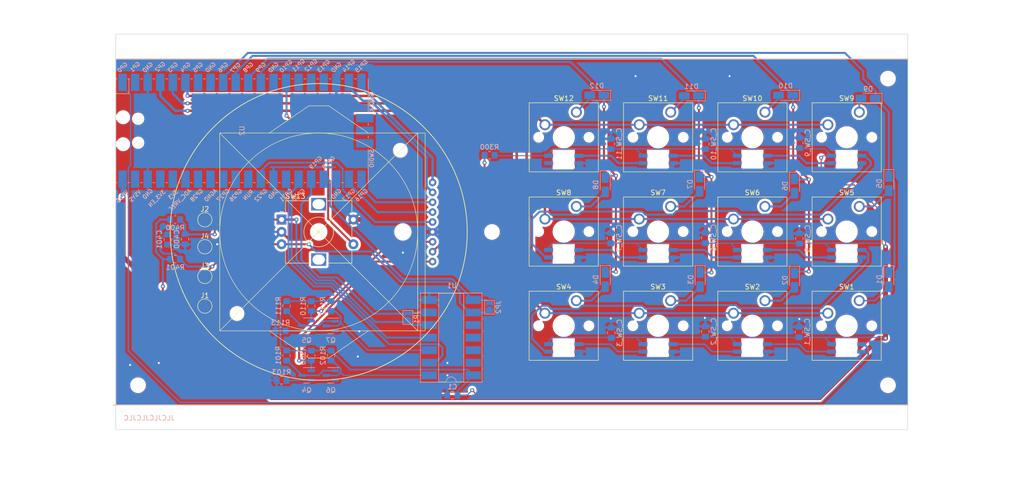
<source format=kicad_pcb>
(kicad_pcb (version 20221018) (generator pcbnew)
  (layers (0 "F.Cu" signal) (31 "B.Cu" signal) (34 "B.Paste" user) (35 "F.Paste" user) (36 "B.SilkS" user "B.Silkscreen") (37 "F.SilkS" user "F.Silkscreen") (38 "B.Mask" user) (39 "F.Mask" user) (44 "Edge.Cuts" user))
  (net 0 "")
  (net 1 "COLLUM_A")
  (net 2 "COLLUM_B")
  (net 3 "COLLUM_D")
  (net 4 "GND")
  (net 5 "Net-(Q4-C)")
  (net 6 "VCC")
  (net 7 "Net-(E1-Encoder_B)")
  (net 8 "Net-(Q4-E)")
  (net 9 "Net-(Q5-C)")
  (net 10 "Net-(E1-Encoder_A)")
  (net 11 "Net-(Q5-E)")
  (net 12 "Net-(Q6-C)")
  (net 13 "Net-(Q7-C)")
  (net 14 "Net-(E1-LED_PW)")
  (net 15 "ROW_A")
  (net 16 "Net-(D1-A)")
  (net 17 "Net-(D2-A)")
  (net 18 "Net-(D3-A)")
  (net 19 "Net-(D4-A)")
  (net 20 "ROW_B")
  (net 21 "Net-(D5-A)")
  (net 22 "Net-(D6-A)")
  (net 23 "Net-(D7-A)")
  (net 24 "Net-(D8-A)")
  (net 25 "ROW_C")
  (net 26 "Net-(D9-A)")
  (net 27 "Net-(D10-A)")
  (net 28 "Net-(D11-A)")
  (net 29 "Net-(D12-A)")
  (net 30 "ENCODER_0_B")
  (net 31 "ENCODER_0_A")
  (net 33 "ENCODER_1_A_IN")
  (net 34 "ENCODER_1_B_IN")
  (net 37 "ENCODER_TASTER")
  (net 38 "ENCODER_1_B_OUT")
  (net 39 "ENCODER_1_A_OUT")
  (net 40 "COLLUM_C")
  (net 45 "JOG_5")
  (net 46 "JOG_4")
  (net 47 "JOG_3")
  (net 48 "JOG_2")
  (net 49 "JOG_1")
  (net 50 "Net-(SW1-LED_OUT)")
  (net 51 "RGB_DIN")
  (net 52 "Net-(SW2-LED_OUT)")
  (net 53 "Net-(SW3-LED_OUT)")
  (net 66 "Net-(SW4-LED_OUT)")
  (net 67 "Net-(SW5-LED_OUT)")
  (net 68 "Net-(SW6-LED_OUT)")
  (net 69 "Net-(SW7-LED_OUT)")
  (net 70 "Net-(SW8-LED_OUT)")
  (net 71 "Net-(SW10-LED_IN)")
  (net 72 "Net-(SW10-LED_OUT)")
  (net 73 "Net-(SW11-LED_OUT)")
  (footprint "custom_footprints:SW_Cherry_MX_1.00u_PCB_RGB" (layer "F.Cu") (at 230.64 54.849157)
    (fp_text reference "SW6")
    (fp_text value "~")
    (fp_rect (start -4.6 11.4) (end -0.5 7.8) (stroke (width 0.05)) (fill none) (layer "Edge.Cuts"))
  )
  (footprint "MountingHole:MountingHole_2.7mm_M2.5" (layer "F.Cu") (at 255.5 29)
    (fp_text reference "H3" hide)
    (fp_text value "MountingHole")
  )
  (footprint "custom_footprints:SW_Cherry_MX_1.00u_PCB_RGB" (layer "F.Cu") (at 249.698 54.849157)
    (fp_text reference "SW5")
    (fp_text value "~")
    (fp_rect (start -4.6 11.4) (end -0.5 7.8) (stroke (width 0.05)) (fill none) (layer "Edge.Cuts"))
  )
  (footprint "custom_footprints:SW_Cherry_MX_1.00u_PCB_RGB" (layer "F.Cu") (at 230.652 35.786157)
    (fp_text reference "SW10")
    (fp_text value "~")
    (fp_rect (start -4.6 11.4) (end -0.5 7.8) (stroke (width 0.05)) (fill none) (layer "Edge.Cuts"))
  )
  (footprint "custom_footprints:SW_Cherry_MX_1.00u_PCB_RGB" (layer "F.Cu") (at 249.69 73.899157)
    (fp_text reference "SW1")
    (fp_text value "~")
    (fp_rect (start -4.6 11.4) (end -0.5 7.8) (stroke (width 0.05)) (fill none) (layer "Edge.Cuts"))
  )
  (footprint "TestPoint:TestPoint_Pad_D2.5mm" (layer "F.Cu") (at 117.5 75)
    (fp_text reference "J1")
    (fp_text value "ext_encoder_VCC")
  )
  (footprint "TestPoint:TestPoint_Pad_D2.5mm" (layer "F.Cu") (at 117.5 63)
    (fp_text reference "J4")
    (fp_text value "ext_encoder_GND")
  )
  (footprint "custom_footprints:SW_Cherry_MX_1.00u_PCB_RGB" (layer "F.Cu") (at 192.54 54.849157)
    (fp_text reference "SW8")
    (fp_text value "~")
    (fp_rect (start -4.6 11.4) (end -0.5 7.8) (stroke (width 0.05)) (fill none) (layer "Edge.Cuts"))
  )
  (footprint "custom_footprints:jog_shuttel_wheal" (layer "F.Cu") (at 140.5 60 180)
    (fp_text reference "E1")
    (fp_text value "~")
    (fp_circle (center -17 0) (end -17 -1.75) (stroke (width 0.05)) (fill none) (layer "Edge.Cuts"))
    (fp_circle (center -16.5 16.5) (end -16.5 15) (stroke (width 0.05)) (fill none) (layer "Edge.Cuts"))
    (fp_circle (center 0 0) (end 0 -1.75) (stroke (width 0.05)) (fill none) (layer "Edge.Cuts"))
    (fp_circle (center 16.5 -16.5) (end 16.5 -18) (stroke (width 0.05)) (fill none) (layer "Edge.Cuts"))
  )
  (footprint "custom_footprints:SW_Cherry_MX_1.00u_PCB_RGB" (layer "F.Cu") (at 211.602 35.786157)
    (fp_text reference "SW11")
    (fp_text value "~")
    (fp_rect (start -4.6 11.4) (end -0.5 7.8) (stroke (width 0.05)) (fill none) (layer "Edge.Cuts"))
  )
  (footprint "TestPoint:TestPoint_Pad_D2.5mm" (layer "F.Cu") (at 117.5 69)
    (fp_text reference "J3")
    (fp_text value "ext_encoder_B")
  )
  (footprint "custom_footprints:SW_Cherry_MX_1.00u_PCB_RGB" (layer "F.Cu") (at 230.64 73.899157)
    (fp_text reference "SW2")
    (fp_text value "~")
    (fp_rect (start -4.6 11.4) (end -0.5 7.8) (stroke (width 0.05)) (fill none) (layer "Edge.Cuts"))
  )
  (footprint "custom_footprints:SW_Cherry_MX_1.00u_PCB_RGB" (layer "F.Cu") (at 211.59 73.899157)
    (fp_text reference "SW3")
    (fp_text value "~")
    (fp_rect (start -4.6 11.4) (end -0.5 7.8) (stroke (width 0.05)) (fill none) (layer "Edge.Cuts"))
  )
  (footprint "Rotary_Encoder:RotaryEncoder_Alps_EC12E-Switch_Vertical_H20mm" (layer "F.Cu") (at 133 57.5)
    (fp_text reference "SW13")
    (fp_text value "RotaryEncoder_Switch")
  )
  (footprint "custom_footprints:SW_Cherry_MX_1.00u_PCB_RGB" (layer "F.Cu") (at 211.59 54.849157)
    (fp_text reference "SW7")
    (fp_text value "~")
    (fp_rect (start -4.6 11.4) (end -0.5 7.8) (stroke (width 0.05)) (fill none) (layer "Edge.Cuts"))
  )
  (footprint "custom_footprints:SW_Cherry_MX_1.00u_PCB_RGB" (layer "F.Cu") (at 192.54 73.899157)
    (fp_text reference "SW4")
    (fp_text value "~")
    (fp_rect (start -4.6 11.4) (end -0.5 7.8) (stroke (width 0.05)) (fill none) (layer "Edge.Cuts"))
  )
  (footprint "MountingHole:MountingHole_2.7mm_M2.5" (layer "F.Cu") (at 175.5 60)
    (fp_text reference "H4" hide)
    (fp_text value "MountingHole")
  )
  (footprint "custom_footprints:SW_Cherry_MX_1.00u_PCB_RGB" (layer "F.Cu") (at 249.702 35.786157)
    (fp_text reference "SW9")
    (fp_text value "~")
    (fp_rect (start -4.6 11.4) (end -0.5 7.8) (stroke (width 0.05)) (fill none) (layer "Edge.Cuts"))
  )
  (footprint "TestPoint:TestPoint_Pad_D2.5mm" (layer "F.Cu") (at 117.5 57.5375)
    (fp_text reference "J2")
    (fp_text value "ext_encoder_A")
  )
  (footprint "MountingHole:MountingHole_2.7mm_M2.5" (layer "F.Cu") (at 104 91)
    (fp_text reference "H1" hide)
    (fp_text value "MountingHole")
  )
  (footprint "MountingHole:MountingHole_2.7mm_M2.5" (layer "F.Cu") (at 255.5 91)
    (fp_text reference "H2" hide)
    (fp_text value "MountingHole")
  )
  (footprint "custom_footprints:SW_Cherry_MX_1.00u_PCB_RGB" (layer "F.Cu") (at 192.548 35.786157)
    (fp_text reference "SW12")
    (fp_text value "~")
    (fp_rect (start -4.6 11.4) (end -0.5 7.8) (stroke (width 0.05)) (fill none) (layer "Edge.Cuts"))
  )
  (footprint "Diode_SMD:D_MicroMELF_Handsoldering" (layer "B.Cu") (at 196.678 32.370157 180)
    (fp_text reference "D12")
    (fp_text value "D")
  )
  (footprint "Package_DIP:DIP-14_W8.89mm_SMDSocket_LongPads" (layer "B.Cu") (at 167.2675 81.37)
    (fp_text reference "U1")
    (fp_text value "74HC14")
  )
  (footprint "Package_TO_SOT_SMD:SOT-23" (layer "B.Cu") (at 138.0625 89 180)
    (fp_text reference "Q4")
    (fp_text value "BC850")
  )
  (footprint "Capacitor_SMD:C_0805_2012Metric_Pad1.18x1.45mm_HandSolder" (layer "B.Cu") (at 237.5 80.2375 90)
    (fp_text reference "C_SW_1")
    (fp_text value "100nF")
  )
  (footprint "Capacitor_SMD:C_0805_2012Metric_Pad1.18x1.45mm_HandSolder" (layer "B.Cu") (at 110 61.5375 -90)
    (fp_text reference "C401")
    (fp_text value "C")
  )
  (footprint "Diode_SMD:D_MicroMELF_Handsoldering" (layer "B.Cu") (at 215.781 32.497157 180)
    (fp_text reference "D11")
    (fp_text value "D")
  )
  (footprint "Jumper:SolderJumper-2_P1.3mm_Open_TrianglePad1.0x1.5mm" (layer "B.Cu") (at 175 75.225 90)
    (fp_text reference "JP2")
    (fp_text value "SolderJumper_2_Open")
  )
  (footprint "Diode_SMD:D_MicroMELF_Handsoldering" (layer "B.Cu") (at 251.5 33 180)
    (fp_text reference "D9")
    (fp_text value "D")
  )
  (footprint "Capacitor_SMD:C_0805_2012Metric_Pad1.18x1.45mm_HandSolder" (layer "B.Cu") (at 237.6 61.3375 90)
    (fp_text reference "C_SW_5")
    (fp_text value "100nF")
  )
  (footprint "Capacitor_SMD:C_0805_2012Metric_Pad1.18x1.45mm_HandSolder" (layer "B.Cu") (at 167.5 93 180)
    (fp_text reference "C1")
    (fp_text value "100n")
  )
  (footprint "Resistor_SMD:R_0805_2012Metric_Pad1.20x1.40mm_HandSolder" (layer "B.Cu") (at 134 75 -90)
    (fp_text reference "R111")
    (fp_text value "180k")
  )
  (footprint "Diode_SMD:D_MicroMELF_Handsoldering" (layer "B.Cu") (at 255.659 69.634157 -90)
    (fp_text reference "D1")
    (fp_text value "D")
  )
  (footprint "Resistor_SMD:R_0805_2012Metric_Pad1.20x1.40mm_HandSolder" (layer "B.Cu") (at 133 90 180)
    (fp_text reference "R103")
    (fp_text value "1.2k")
  )
  (footprint "Resistor_SMD:R_0805_2012Metric_Pad1.20x1.40mm_HandSolder" (layer "B.Cu") (at 134 85 -90)
    (fp_text reference "R101")
    (fp_text value "180k")
  )
  (footprint "Capacitor_SMD:C_0805_2012Metric_Pad1.18x1.45mm_HandSolder" (layer "B.Cu") (at 218.6 42.2 90)
    (fp_text reference "C_SW_10")
    (fp_text value "100nF")
  )
  (footprint "Diode_SMD:D_MicroMELF_Handsoldering" (layer "B.Cu") (at 236.609 50.711157 -90)
    (fp_text reference "D6")
    (fp_text value "D")
  )
  (footprint "Capacitor_SMD:C_0805_2012Metric_Pad1.18x1.45mm_HandSolder" (layer "B.Cu") (at 237.6 42 90)
    (fp_text reference "C_SW_9")
    (fp_text value "100nF")
  )
  (footprint "Diode_SMD:D_MicroMELF_Handsoldering" (layer "B.Cu") (at 255.659 50.203157 -90)
    (fp_text reference "D5")
    (fp_text value "D")
  )
  (footprint "Capacitor_SMD:C_0805_2012Metric_Pad1.18x1.45mm_HandSolder" (layer "B.Cu") (at 218.6 80.1375 90)
    (fp_text reference "C_SW_2")
    (fp_text value "100nF")
  )
  (footprint "Diode_SMD:D_MicroMELF_Handsoldering" (layer "B.Cu") (at 198.382 50.457157 -90)
    (fp_text reference "D8")
    (fp_text value "D")
  )
  (footprint "Jumper:SolderJumper-2_P1.3mm_Open_TrianglePad1.0x1.5mm" (layer "B.Cu") (at 158.5 77.275 90)
    (fp_text reference "JP1")
    (fp_text value "SolderJumper_2_Open")
  )
  (footprint "Capacitor_SMD:C_0805_2012Metric_Pad1.18x1.45mm_HandSolder" (layer "B.Cu") (at 199.6 80.4 90)
    (fp_text reference "C_SW_3")
    (fp_text value "100nF")
  )
  (footprint "Package_TO_SOT_SMD:SOT-23" (layer "B.Cu") (at 142.9375 79 180)
    (fp_text reference "Q7")
    (fp_text value "BC850")
  )
  (footprint "MCU_RaspberryPi_and_Boards:RPi_Pico_SMD_TH_1" (layer "B.Cu") (at 125 39.5375 -90)
    (fp_text reference "U2")
    (fp_text value "Pico")
  )
  (footprint "Resistor_SMD:R_0805_2012Metric_Pad1.20x1.40mm_HandSolder" (layer "B.Cu") (at 139 85 -90)
    (fp_text reference "R100")
    (fp_text value "47k")
  )
  (footprint "Capacitor_SMD:C_0805_2012Metric_Pad1.18x1.45mm_HandSolder" (layer "B.Cu") (at 218.6 61.2 90)
    (fp_text reference "C_SW_6")
    (fp_text value "100nF")
  )
  (footprint "Diode_SMD:D_MicroMELF_Handsoldering" (layer "B.Cu") (at 217.559 69.634157 -90)
    (fp_text reference "D3")
    (fp_text value "D")
  )
  (footprint "Resistor_SMD:R_0805_2012Metric_Pad1.20x1.40mm_HandSolder" (layer "B.Cu") (at 143 75 -90)
    (fp_text reference "R112")
    (fp_text value "10k")
  )
  (footprint "Capacitor_SMD:C_0805_2012Metric_Pad1.18x1.45mm_HandSolder" (layer "B.Cu") (at 199.5 42.2 90)
    (fp_text reference "C_SW_11")
    (fp_text value "100nF")
  )
  (footprint "Resistor_SMD:R_0805_2012Metric_Pad1.20x1.40mm_HandSolder" (layer "B.Cu") (at 139 75 -90)
    (fp_text reference "R110")
    (fp_text value "47k")
  )
  (footprint "Diode_SMD:D_MicroMELF_Handsoldering" (layer "B.Cu") (at 234.831 32.370157 180)
    (fp_text reference "D10")
    (fp_text value "D")
  )
  (footprint "Diode_SMD:D_MicroMELF_Handsoldering" (layer "B.Cu") (at 217.432 50.330157 -90)
    (fp_text reference "D7")
    (fp_text value "D")
  )
  (footprint "Resistor_SMD:R_0805_2012Metric_Pad1.20x1.40mm_HandSolder" (layer "B.Cu") (at 143 85 -90)
    (fp_text reference "R102")
    (fp_text value "10k")
  )
  (footprint "Diode_SMD:D_MicroMELF_Handsoldering" (layer "B.Cu") (at 198.382 69.634157 -90)
    (fp_text reference "D4")
    (fp_text value "D")
  )
  (footprint "Package_TO_SOT_SMD:SOT-23" (layer "B.Cu") (at 138.0625 78.95 180)
    (fp_text reference "Q5")
    (fp_text value "BC850")
  )
  (footprint "Package_TO_SOT_SMD:SOT-23" (layer "B.Cu") (at 142.9375 89 180)
    (fp_text reference "Q6")
    (fp_text value "BC850")
  )
  (footprint "Capacitor_SMD:C_0805_2012Metric_Pad1.18x1.45mm_HandSolder" (layer "B.Cu") (at 199.5 61.2625 90)
    (fp_text reference "C_SW_7")
    (fp_text value "100nF")
  )
  (footprint "Resistor_SMD:R_0805_2012Metric_Pad1.20x1.40mm_HandSolder" (layer "B.Cu") (at 111.5 57.5)
    (fp_text reference "R400")
    (fp_text value "R")
  )
  (footprint "Resistor_SMD:R_0805_2012Metric_Pad1.20x1.40mm_HandSolder" (layer "B.Cu") (at 175 44.5 180)
    (fp_text reference "R300")
    (fp_text value "680")
  )
  (footprint "Capacitor_SMD:C_0805_2012Metric_Pad1.18x1.45mm_HandSolder" (layer "B.Cu") (at 113.5 61.4625 -90)
    (fp_text reference "C400")
    (fp_text value "C")
  )
  (footprint "Resistor_SMD:R_0805_2012Metric_Pad1.20x1.40mm_HandSolder" (layer "B.Cu") (at 111.5 65.5)
    (fp_text reference "R401")
    (fp_text value "R")
  )
  (footprint "Diode_SMD:D_MicroMELF_Handsoldering" (layer "B.Cu") (at 236.609 69.761157 -90)
    (fp_text reference "D2")
    (fp_text value "D")
  )
  (footprint "Resistor_SMD:R_0805_2012Metric_Pad1.20x1.40mm_HandSolder" (layer "B.Cu") (at 132.8 80 180)
    (fp_text reference "R113")
    (fp_text value "1.2k")
  )
  (gr_line (start 259.5 25) (end 99.5 25) (stroke (width 0.15)) (layer "B.SilkS"))
  (gr_line (start 259.5 95) (end 99 95) (stroke (width 0.15)) (layer "B.SilkS"))
  (gr_line (start 99.5 95) (end 259.5 95) (stroke (width 0.15)) (layer "F.SilkS"))
  (gr_line (start 99.5 25) (end 259.5 25) (stroke (width 0.15)) (layer "F.SilkS"))
  (gr_circle (center 140.5 60) (end 140.5 30) (stroke (width 0.15)) (fill none) (layer "F.SilkS"))
  (gr_rect (start 99.5 20) (end 259.5 100) (stroke (width 0.1)) (fill none) (layer "Edge.Cuts"))
  (gr_text "JLCJLCJLCJLC" (at 111.5 98.2) (layer "B.SilkS") (effects (font (size 1 1)) (justify left bottom mirror)))
  (segment (start 250.5 29) (end 253 31.5) (width 0.4) (layer "B.Cu") (net 1))
  (segment (start 250.5 27.5) (end 250.5 29) (width 0.4) (layer "B.Cu") (net 1))
  (segment (start 121.19 28.81) (end 126.2 23.8) (width 0.4) (layer "B.Cu") (net 1))
  (segment (start 253 32.95) (end 252.95 33) (width 0.4) (layer "B.Cu") (net 1))
  (segment (start 255.659 35.709) (end 252.95 33) (width 0.4) (layer "B.Cu") (net 1))
  (segment (start 121.19 30.6475) (end 121.19 28.81) (width 0.4) (layer "B.Cu") (net 1))
  (segment (start 253 31.5) (end 253 32.95) (width 0.4) (layer "B.Cu") (net 1))
  (segment (start 255.659 48.753157) (end 256.809 49.903157) (width 0.4) (layer "B.Cu") (net 1))
  (segment (start 246.8 23.8) (end 250.5 27.5) (width 0.4) (layer "B.Cu") (net 1))
  (segment (start 256.809 49.903157) (end 256.809 67.034157) (width 0.4) (layer "B.Cu") (net 1))
  (segment (start 255.659 48.753157) (end 255.659 35.709) (width 0.4) (layer "B.Cu") (net 1))
  (segment (start 126.2 23.8) (end 246.8 23.8) (width 0.4) (layer "B.Cu") (net 1))
  (segment (start 256.809 67.034157) (end 255.659 68.184157) (width 0.4) (layer "B.Cu") (net 1))
  (segment (start 239.522 49.403) (end 239.522 67.978) (width 0.4) (layer "F.Cu") (net 2))
  (segment (start 239.522 67.978) (end 239.5 68) (width 0.4) (layer "F.Cu") (net 2))
  (segment (start 236.347 46.228) (end 239.522 49.403) (width 0.4) (layer "F.Cu") (net 2))
  (segment (start 236.347 34.798) (end 236.347 46.228) (width 0.4) (layer "F.Cu") (net 2))
  (via (at 239.5 68) (size 0.8) (drill 0.4) (layers "F.Cu" "B.Cu") (net 2))
  (via (at 236.347 34.798) (size 0.8) (drill 0.4) (layers "F.Cu" "B.Cu") (net 2))
  (via (at 239.522 49.403) (size 0.8) (drill 0.4) (layers "F.Cu" "B.Cu") (net 2))
  (segment (start 123.73 27.77) (end 123.73 30.6475) (width 0.4) (layer "B.Cu") (net 2))
  (segment (start 239.522 49.403) (end 236.750843 49.403) (width 0.4) (layer "B.Cu") (net 2))
  (segment (start 236.750843 49.403) (end 236.609 49.261157) (width 0.4) (layer "B.Cu") (net 2))
  (segment (start 236.920157 68) (end 236.609 68.311157) (width 0.4) (layer "B.Cu") (net 2))
  (segment (start 236.281 34.732) (end 236.347 34.798) (width 0.4) (layer "B.Cu") (net 2))
  (segment (start 239.5 68) (end 236.920157 68) (width 0.4) (layer "B.Cu") (net 2))
  (segment (start 228.310843 24.4) (end 127.1 24.4) (width 0.4) (layer "B.Cu") (net 2))
  (segment (start 236.281 32.370157) (end 228.310843 24.4) (width 0.4) (layer "B.Cu") (net 2))
  (segment (start 127.1 24.4) (end 123.73 27.77) (width 0.4) (layer "B.Cu") (net 2))
  (segment (start 236.281 32.370157) (end 236.281 34.732) (width 0.4) (layer "B.Cu") (net 2))
  (segment (start 200.533 48.641) (end 200.533 68.072) (width 0.4) (layer "F.Cu") (net 3))
  (segment (start 198.12 46.228) (end 200.533 48.641) (width 0.4) (layer "F.Cu") (net 3))
  (segment (start 198.12 34.671) (end 198.12 46.228) (width 0.4) (layer "F.Cu") (net 3))
  (via (at 200.533 68.072) (size 0.8) (drill 0.4) (layers "F.Cu" "B.Cu") (net 3))
  (via (at 200.533 48.641) (size 0.8) (drill 0.4) (layers "F.Cu" "B.Cu") (net 3))
  (via (at 198.12 34.671) (size 0.8) (drill 0.4) (layers "F.Cu" "B.Cu") (net 3))
  (segment (start 128.81 27.69) (end 128.81 30.6475) (width 0.4) (layer "B.Cu") (net 3))
  (segment (start 198.494157 68.072) (end 198.382 68.184157) (width 0.4) (layer "B.Cu") (net 3))
  (segment (start 198.748157 48.641) (end 198.382 49.007157) (width 0.4) (layer "B.Cu") (net 3))
  (segment (start 198.128 32.370157) (end 198.128 34.663) (width 0.4) (layer "B.Cu") (net 3))
  (segment (start 198.128 34.663) (end 198.12 34.671) (width 0.4) (layer "B.Cu") (net 3))
  (segment (start 130.9 25.6) (end 128.81 27.69) (width 0.4) (layer "B.Cu") (net 3))
  (segment (start 191.357843 25.6) (end 130.9 25.6) (width 0.4) (layer "B.Cu") (net 3))
  (segment (start 200.533 68.072) (end 198.494157 68.072) (width 0.4) (layer "B.Cu") (net 3))
  (segment (start 200.533 48.641) (end 198.748157 48.641) (width 0.4) (layer "B.Cu") (net 3))
  (segment (start 198.128 32.370157) (end 191.357843 25.6) (width 0.4) (layer "B.Cu") (net 3))
  (segment (start 160.69229 60) (end 158.19229 57.5) (width 1) (layer "F.Cu") (net 4))
  (segment (start 158.19229 57.5) (end 147.5 57.5) (width 1) (layer "F.Cu") (net 4))
  (segment (start 118 62.5) (end 117.5 63) (width 0.4) (layer "F.Cu") (net 4))
  (segment (start 163.5 60) (end 160.69229 60) (width 1) (layer "F.Cu") (net 4))
  (segment (start 120 62.5) (end 118 62.5) (width 0.4) (layer "F.Cu") (net 4))
  (segment (start 166.5 86.5) (end 166.5 89) (width 0.25) (layer "F.Cu") (net 4))
  (via (at 199.5 58.6) (size 0.8) (drill 0.4) (layers "F.Cu" "B.Cu") (net 4))
  (via (at 157.5 64.2) (size 0.8) (drill 0.4) (layers "F.Cu" "B.Cu") (net 4))
  (via (at 204.5 28.5) (size 0.8) (drill 0.4) (layers "F.Cu" "B.Cu") (net 4))
  (via (at 237.6 77.6) (size 0.8) (drill 0.4) (layers "F.Cu" "B.Cu") (net 4))
  (via (at 102.4 86.9) (size 0.8) (drill 0.4) (layers "F.Cu" "B.Cu") (net 4))
  (via (at 108.2 86.5) (size 0.8) (drill 0.4) (layers "F.Cu" "B.Cu") (net 4))
  (via (at 199.5 77.5) (size 0.8) (drill 0.4) (layers "F.Cu" "B.Cu") (net 4))
  (via (at 218.6 58.4) (size 0.8) (drill 0.4) (layers "F.Cu" "B.Cu") (net 4))
  (via (at 199.5 39.4) (size 0.8) (drill 0.4) (layers "F.Cu" "B.Cu") (net 4))
  (via (at 120 62.5) (size 0.8) (drill 0.4) (layers "F.Cu" "B.Cu") (net 4))
  (via (at 218.5 77.4) (size 0.8) (drill 0.4) (layers "F.Cu" "B.Cu") (net 4))
  (via (at 120 62.5) (size 0.8) (drill 0.4) (layers "F.Cu" "B.Cu") (net 4))
  (via (at 166.5 89) (size 0.8) (drill 0.4) (layers "F.Cu" "B.Cu") (net 4))
  (via (at 237.6 58.8) (size 0.8) (drill 0.4) (layers "F.Cu" "B.Cu") (net 4))
  (via (at 223.5 28.5) (size 0.8) (drill 0.4) (layers "F.Cu" "B.Cu") (net 4))
  (via (at 148.4 85.2) (size 0.8) (drill 0.4) (layers "F.Cu" "B.Cu") (net 4))
  (via (at 218.6 39.3) (size 0.8) (drill 0.4) (layers "F.Cu" "B.Cu") (net 4))
  (via (at 166.5 86.5) (size 0.8) (drill 0.4) (layers "F.Cu" "B.Cu") (net 4))
  (via (at 148.7 80.1) (size 0.8) (drill 0.4) (layers "F.Cu" "B.Cu") (net 4))
  (segment (start 110 62.575) (end 113.425 62.575) (width 0.4) (layer "B.Cu") (net 4))
  (segment (start 166.4625 93) (end 135 93) (width 0.25) (layer "B.Cu") (net 4))
  (segment (start 192.247107 85.799157) (end 193.04 85.006264) (width 1) (layer "B.Cu") (net 4))
  (segment (start 250.19 84.582) (end 250.19 84.199157) (width 0.4) (layer "B.Cu") (net 4))
  (segment (start 211.172843 66.449157) (end 212.09 65.532) (width 0.4) (layer "B.Cu") (net 4))
  (segment (start 230.234843 47.386157) (end 231.152 46.469) (width 0.4) (layer "B.Cu") (net 4))
  (segment (start 211.172843 85.499157) (end 212.09 84.582) (width 0.4) (layer "B.Cu") (net 4))
  (segment (start 182.923503 76.076497) (end 193.04 65.96) (width 1) (layer "B.Cu") (net 4))
  (segment (start 171.654346 54.989157) (end 185.010843 54.989157) (width 1) (layer "B.Cu") (net 4))
  (segment (start 182.72 76.076497) (end 182.72 84.22) (width 1) (layer "B.Cu") (net 4))
  (segment (start 182.72 84.22) (end 184.299157 85.799157) (width 1) (layer "B.Cu") (net 4))
  (segment (start 184.299157 85.799157) (end 192.247107 85.799157) (width 1) (layer "B.Cu") (net 4))
  (segment (start 166.5 76.6775) (end 166.5 86.5) (width 0.25) (layer "B.Cu") (net 4))
  (segment (start 113.5 62.5) (end 120 62.5) (width 0.4) (layer "B.Cu") (net 4))
  (segment (start 128 86) (end 132 90) (width 0.4) (layer "B.Cu") (net 4))
  (segment (start 225.969157 47.386157) (end 230.234843 47.386157) (width 0.4) (layer "B.Cu") (net 4))
  (segment (start 211.082 85.499157) (end 211.172843 85.499157) (width 0.4) (layer "B.Cu") (net 4))
  (segment (start 131.585787 60) (end 131.35 59.764213) (width 0.4) (layer "B.Cu") (net 4))
  (segment (start 166.5 92.9625) (end 166.4625 93) (width 0.25) (layer "B.Cu") (net 4))
  (segment (start 193.048 46.952) (end 193.048 46.086157) (width 1) (layer "B.Cu") (net 4))
  (segment (start 193.04 65.96) (end 193.04 65.149157) (width 1) (layer "B.Cu") (net 4))
  (segment (start 230.222843 66.449157) (end 231.14 65.532) (width 0.4) (layer "B.Cu") (net 4))
  (segment (start 194.348 47.386157) (end 211.184843 47.386157) (width 0.4) (layer "B.Cu") (net 4))
  (segment (start 145.8375 26.5) (end 144.05 28.2875) (width 1) (layer "B.Cu") (net 4))
  (segment (start 182.72 76.076497) (end 182.923503 76.076497) (width 1) (layer "B.Cu") (net 4))
  (segment (start 184.5 54.989157) (end 185.010843 54.989157) (width 1) (layer "B.Cu") (net 4))
  (segment (start 193.048 46.086157) (end 194.348 47.386157) (width 0.4) (layer "B.Cu") (net 4))
  (segment (start 166.643503 60) (end 166.643503 42.143503) (width 1) (layer "B.Cu") (net 4))
  (segment (start 211.184843 47.386157) (end 212.102 46.469) (width 0.4) (layer "B.Cu") (net 4))
  (segment (start 133 60) (end 131.585787 60) (width 0.4) (layer "B.Cu") (net 4))
  (segment (start 163.5725 73.75) (end 166.5 76.6775) (width 0.25) (layer "B.Cu") (net 4))
  (segment (start 163.5 60) (end 166.643503 60) (width 1) (layer "B.Cu") (net 4))
  (segment (start 126.5 62.5) (end 130.5 62.5) (width 0.4) (layer "B.Cu") (net 4))
  (segment (start 166.643503 60) (end 171.654346 54.989157) (width 1) (layer "B.Cu") (net 4))
  (segment (start 230.389421 85.332578) (end 230.556 85.499157) (width 0.4) (layer "B.Cu") (net 4))
  (segment (start 231.14 65.532) (end 231.14 65.149157) (width 0.4) (layer "B.Cu") (net 4))
  (segment (start 193.04 85.006264) (end 193.04 84.199157) (width 1) (layer "B.Cu") (net 4))
  (segment (start 249.272843 85.499157) (end 250.19 84.582) (width 0.4) (layer "B.Cu") (net 4))
  (segment (start 211.190843 47.380157) (end 225.963157 47.380157) (width 0.4) (layer "B.Cu") (net 4))
  (segment (start 166.5 89) (end 166.5 92.9625) (width 0.25) (layer "B.Cu") (net 4))
  (segment (start 182.72 75.872994) (end 182.72 56.769157) (width 1) (layer "B.Cu") (net 4))
  (segment (start 212.09 65.532) (end 212.09 65.149157) (width 0.4) (layer "B.Cu") (net 4))
  (segment (start 144.05 28.2875) (end 144.05 30.6475) (width 1) (layer "B.Cu") (net 4))
  (segment (start 144.05 54.05) (end 147.5 57.5) (width 0.4) (layer "B.Cu") (net 4))
  (segment (start 250.202 46.469) (end 250.202 46.086157) (width 0.4) (layer "B.Cu") (net 4))
  (segment (start 230.389421 85.332578) (end 231.14 84.582) (width 0.4) (layer "B.Cu") (net 4))
  (segment (start 211.184843 47.386157) (end 211.190843 47.380157) (width 0.4) (layer "B.Cu") (net 4))
  (segment (start 182.923503 76.076497) (end 182.72 75.872994) (width 1) (layer "B.Cu") (net 4))
  (segment (start 166.643503 42.143503) (end 151 26.5) (width 1) (layer "B.Cu") (net 4))
  (segment (start 230.222843 85.499157) (end 230.389421 85.332578) (width 0.4) (layer "B.Cu") (net 4))
  (segment (start 120 62.5) (end 126.5 62.5) (width 0.4) (layer "B.Cu") (net 4))
  (segment (start 193.04 84.199157) (end 194.34 85.499157) (width 0.4) (layer "B.Cu") (net 4))
  (segment (start 211.172843 66.449157) (end 230.222843 66.449157) (width 0.4) (layer "B.Cu") (net 4))
  (segment (start 225.963157 47.380157) (end 225.969157 47.386157) (width 0.4) (layer "B.Cu") (net 4))
  (segment (start 126.5 78.5) (end 128 80) (width 0.4) (layer "B.Cu") (net 4))
  (segment (start 231.14 84.582) (end 231.14 84.199157) (width 0.4) (layer "B.Cu") (net 4))
  (segment (start 162.8225 73.75) (end 163.5725 73.75) (width 0.25) (layer "B.Cu") (net 4))
  (segment (start 126.5 62.5) (end 126.5 78.5) (width 0.4) (layer "B.Cu") (net 4))
  (segment (start 249.280843 66.449157) (end 250.198 65.532) (width 0.4) (layer "B.Cu") (net 4))
  (segment (start 106 48.4775) (end 105.95 48.4275) (width 1) (layer "B.Cu") (net 4))
  (segment (start 230.222843 66.449157) (end 249.280843 66.449157) (width 0.4) (layer "B.Cu") (net 4))
  (segment (start 197.616239 65.149157) (end 198.916239 66.449157) (width 0.4) (layer "B.Cu") (net 4))
  (segment (start 113.425 62.575) (end 113.5 62.5) (width 0.4) (layer "B.Cu") (net 4))
  (segment (start 128 80) (end 131.8 80) (width 0.4) (layer "B.Cu") (net 4))
  (segment (start 230.556 85.499157) (end 249.272843 85.499157) (width 0.4) (layer "B.Cu") (net 4))
  (segment (start 250.198 65.532) (end 250.198 65.149157) (width 0.4) (layer "B.Cu") (net 4))
  (segment (start 231.152 46.469) (end 231.152 46.086157) (width 0.4) (layer "B.Cu") (net 4))
  (segment (start 135 93) (end 132 90) (width 0.25) (layer "B.Cu") (net 4))
  (segment (start 230.234843 47.386157) (end 249.284843 47.386157) (width 0.4) (layer "B.Cu") (net 4))
  (segment (start 249.284843 47.386157) (end 250.202 46.469) (width 0.4) (layer "B.Cu") (net 4))
  (segment (start 212.102 46.469) (end 212.102 46.086157) (width 0.4) (layer "B.Cu") (net 4))
  (segment (start 185.010843 54.989157) (end 193.048 46.952) (width 1) (layer "B.Cu") (net 4))
  (segment (start 193.04 65.149157) (end 197.616239 65.149157) (width 0.4) (layer "B.Cu") (net 4))
  (segment (start 130.5 62.5) (end 133 60) (width 0.4) (layer "B.Cu") (net 4))
  (segment (start 182.72 56.769157) (end 184.5 54.989157) (width 1) (layer "B.Cu") (net 4))
  (segment (start 211.082 85.499157) (end 230.222843 85.499157) (width 0.4) (layer "B.Cu") (net 4))
  (segment (start 212.09 84.582) (end 212.09 84.199157) (width 0.4) (layer "B.Cu") (net 4))
  (segment (start 198.916239 66.449157) (end 211.172843 66.449157) (width 0.4) (layer "B.Cu") (net 4))
  (segment (start 131.35 59.764213) (end 131.35 48.4275) (width 0.4) (layer "B.Cu") (net 4))
  (segment (start 128 80) (end 128 86) (width 0.4) (layer "B.Cu") (net 4))
  (segment (start 144.05 48.4275) (end 144.05 54.05) (width 0.4) (layer "B.Cu") (net 4))
  (segment (start 194.34 85.499157) (end 211.082 85.499157) (width 0.4) (layer "B.Cu") (net 4))
  (segment (start 151 26.5) (end 145.8375 26.5) (width 1) (layer "B.Cu") (net 4))
  (segment (start 140.4625 89) (end 141.4125 88.05) (width 0.3) (layer "B.Cu") (net 5))
  (segment (start 141.4125 88.05) (end 143.875 88.05) (width 0.3) (layer "B.Cu") (net 5))
  (segment (start 134 86) (end 134.125 86) (width 0.3) (layer "B.Cu") (net 5))
  (segment (start 134.125 86) (end 137.125 89) (width 0.3) (layer "B.Cu") (net 5))
  (segment (start 137.125 89) (end 140.4625 89) (width 0.3) (layer "B.Cu") (net 5))
  (segment (start 242 45) (end 242 47) (width 0.2) (layer "F.Cu") (net 6))
  (segment (start 117.5 75) (end 111 75) (width 1) (layer "F.Cu") (net 6))
  (segment (start 242 47) (end 245.5 50.5) (width 0.2) (layer "F.Cu") (net 6))
  (segment (start 171.5 92) (end 172.5 93) (width 0.25) (layer "F.Cu") (net 6))
  (segment (start 248.713843 50.5) (end 255 56.786157) (width 0.2) (layer "F.Cu") (net 6))
  (segment (start 117.5 80) (end 131 93.5) (width 1) (layer "F.Cu") (net 6))
  (segment (start 109 71) (end 109 73) (width 0.4) (layer "F.Cu") (net 6))
  (segment (start 131 93.5) (end 172.5 93.5) (width 1) (layer "F.Cu") (net 6))
  (segment (start 253.696264 81.5) (end 255 81.5) (width 1) (layer "F.Cu") (net 6))
  (segment (start 241.696264 93.5) (end 253.696264 81.5) (width 1) (layer "F.Cu") (net 6))
  (segment (start 101 64.5) (end 101 53) (width 1) (layer "F.Cu") (net 6))
  (segment (start 101 65) (end 101 64.5) (width 1) (layer "F.Cu") (net 6))
  (segment (start 172.5 93) (end 172.5 93.5) (width 0.25) (layer "F.Cu") (net 6))
  (segment (start 111 75) (end 109 73) (width 1) (layer "F.Cu") (net 6))
  (segment (start 255 81.5) (end 255 63) (width 1) (layer "F.Cu") (net 6))
  (segment (start 172.5 93.5) (end 241.696264 93.5) (width 1) (layer "F.Cu") (net 6))
  (segment (start 117.5 75) (end 117.5 80) (width 1) (layer "F.Cu") (net 6))
  (segment (start 245.5 50.5) (end 248.713843 50.5) (width 0.2) (layer "F.Cu") (net 6))
  (segment (start 255 56.786157) (end 255 63) (width 0.2) (layer "F.Cu") (net 6))
  (segment (start 109 73) (end 101 65) (width 1) (layer "F.Cu") (net 6))
  (via (at 255 63) (size 0.8) (drill 0.4) (layers "F.Cu" "B.Cu") (net 6))
  (via (at 109 71) (size 0.8) (drill 0.4) (layers "F.Cu" "B.Cu") (net 6))
  (via (at 242 45) (size 0.8) (drill 0.4) (layers "F.Cu" "B.Cu") (net 6))
  (via (at 255 81.5) (size 0.8) (drill 0.4) (layers "F.Cu" "B.Cu") (net 6))
  (via (at 171.5 92) (size 0.8) (drill 0.4) (layers "F.Cu" "B.Cu") (net 6))
  (via (at 101 53) (size 0.8) (drill 0.4) (layers "F.Cu" "B.Cu") (net 6))
  (segment (start 101 53) (end 101 48.5575) (width 1) (layer "B.Cu") (net 6))
  (segment (start 146.84 87.84) (end 143 84) (width 0.3) (layer "B.Cu") (net 6))
  (segment (start 110.5 57.5) (end 108.5 57.5) (width 0.4) (layer "B.Cu") (net 6))
  (segment (start 204.62 81.329157) (end 205.99 82.699157) (width 0.2) (layer "B.Cu") (net 6))
  (segment (start 242.413843 44.586157) (end 242 45) (width 0.2) (layer "B.Cu") (net 6))
  (segment (start 132.75 82.75) (end 132.75 75.25) (width 0.3) (layer "B.Cu") (net 6))
  (segment (start 187.783843 43.216157) (end 204.632 43.216157) (width 0.2) (layer "B.Cu") (net 6))
  (segment (start 170.5 93) (end 171.5 92) (width 0.25) (layer "B.Cu") (net 6))
  (segment (start 168.5375 93) (end 170.5 93) (width 0.25) (layer "B.Cu") (net 6))
  (segment (start 101 48.5575) (end 100.87 48.4275) (width 1) (layer "B.Cu") (net 6))
  (segment (start 242.72 81.329157) (end 244.09 82.699157) (width 0.2) (layer "B.Cu") (net 6))
  (segment (start 186.94 82.06) (end 187.670843 81.329157) (width 0.2) (layer "B.Cu") (net 6))
  (segment (start 242.728 62.279157) (end 244.098 63.649157) (width 0.2) (layer "B.Cu") (net 6))
  (segment (start 187.670843 81.329157) (end 204.62 81.329157) (width 0.2) (layer "B.Cu") (net 6))
  (segment (start 254.829157 81.329157) (end 255 81.5) (width 0.2) (layer "B.Cu") (net 6))
  (segment (start 143 84) (end 139 84) (width 0.3) (layer "B.Cu") (net 6))
  (segment (start 186.94 63.649157) (end 186.94 63.06) (width 0.2) (layer "B.Cu") (net 6))
  (segment (start 134 84) (end 139 84) (width 0.3) (layer "B.Cu") (net 6))
  (segment (start 107.65 58.35) (end 107.65 64.15) (width 0.4) (layer "B.Cu") (net 6))
  (segment (start 186.94 82.699157) (end 186.94 82.06) (width 0.2) (layer "B.Cu") (net 6))
  (segment (start 254.279157 62.279157) (end 255 63) (width 0.2) (layer "B.Cu") (net 6))
  (segment (start 143 74) (end 139 74) (width 0.3) (layer "B.Cu") (net 6))
  (segment (start 170.5625 87.84) (end 171.7125 88.99) (width 0.3) (layer "B.Cu") (net 6))
  (segment (start 186.948 44.052) (end 187.783843 43.216157) (width 0.2) (layer "B.Cu") (net 6))
  (segment (start 187.720843 62.279157) (end 204.62 62.279157) (width 0.2) (layer "B.Cu") (net 6))
  (segment (start 204.62 81.329157) (end 223.67 81.329157) (width 0.2) (layer "B.Cu") (net 6))
  (segment (start 244.102 44.586157) (end 242.413843 44.586157) (width 0.2) (layer "B.Cu") (net 6))
  (segment (start 204.62 62.279157) (end 223.67 62.279157) (width 0.2) (layer "B.Cu") (net 6))
  (segment (start 223.67 62.279157) (end 242.728 62.279157) (width 0.2) (layer "B.Cu") (net 6))
  (segment (start 168.5375 92.165) (end 171.7125 88.99) (width 0.25) (layer "B.Cu") (net 6))
  (segment (start 186.948 44.586157) (end 176.086157 44.586157) (width 0.2) (layer "B.Cu") (net 6))
  (segment (start 223.682 43.216157) (end 242.732 43.216157) (width 0.2) (layer "B.Cu") (net 6))
  (segment (start 223.682 43.216157) (end 225.052 44.586157) (width 0.2) (layer "B.Cu") (net 6))
  (segment (start 168.5375 93) (end 168.5375 92.165) (width 0.25) (layer "B.Cu") (net 6))
  (segment (start 107.65 64.15) (end 109 65.5) (width 0.4) (layer "B.Cu") (net 6))
  (segment (start 108.5 57.5) (end 107.65 58.35) (width 0.4) (layer "B.Cu") (net 6))
  (segment (start 109 65.5) (end 110.5 65.5) (width 0.4) (layer "B.Cu") (net 6))
  (segment (start 186.948 44.586157) (end 186.948 44.052) (width 0.2) (layer "B.Cu") (net 6))
  (segment (start 204.632 43.216157) (end 223.682 43.216157) (width 0.2) (layer "B.Cu") (net 6))
  (segment (start 132.75 75.25) (end 134 74) (width 0.3) (layer "B.Cu") (net 6))
  (segment (start 186.94 63.06) (end 187.720843 62.279157) (width 0.2) (layer "B.Cu") (net 6))
  (segment (start 223.67 62.279157) (end 225.04 63.649157) (width 0.2) (layer "B.Cu") (net 6))
  (segment (start 204.62 62.279157) (end 205.99 63.649157) (width 0.2) (layer "B.Cu") (net 6))
  (segment (start 223.67 81.329157) (end 242.72 81.329157) (width 0.2) (layer "B.Cu") (net 6))
  (segment (start 134 84) (end 132.75 82.75) (width 0.3) (layer "B.Cu") (net 6))
  (segment (start 134 74) (end 139 74) (width 0.3) (layer "B.Cu") (net 6))
  (segment (start 167.5 87.84) (end 146.84 87.84) (width 0.3) (layer "B.Cu") (net 6))
  (segment (start 242.72 81.329157) (end 254.829157 81.329157) (width 0.2) (layer "B.Cu") (net 6))
  (segment (start 242.732 43.216157) (end 244.102 44.586157) (width 0.2) (layer "B.Cu") (net 6))
  (segment (start 223.67 81.329157) (end 225.04 82.699157) (width 0.2) (layer "B.Cu") (net 6))
  (segment (start 109 65.5) (end 109 71) (width 0.4) (layer "B.Cu") (net 6))
  (segment (start 204.632 43.216157) (end 206.002 44.586157) (width 0.2) (layer "B.Cu") (net 6))
  (segment (start 167.5 87.84) (end 170.5625 87.84) (width 0.3) (layer "B.Cu") (net 6))
  (segment (start 242.728 62.279157) (end 254.279157 62.279157) (width 0.2) (layer "B.Cu") (net 6))
  (segment (start 176.086157 44.586157) (end 176 44.5) (width 0.2) (layer "B.Cu") (net 6))
  (segment (start 142.5 75.631371) (end 136.5375 81.593871) (width 0.4) (layer "F.Cu") (net 7))
  (segment (start 136.5375 81.593871) (end 136.5375 86) (width 0.4) (layer "F.Cu") (net 7))
  (segment (start 142.5 75.5) (end 142.5 75.631371) (width 0.4) (layer "F.Cu") (net 7))
  (segment (start 152 66) (end 142.5 75.5) (width 0.4) (layer "F.Cu") (net 7))
  (segment (start 163.5 66) (end 152 66) (width 0.4) (layer "F.Cu") (net 7))
  (via (at 136.5375 86) (size 0.8) (drill 0.4) (layers "F.Cu" "B.Cu") (net 7))
  (segment (start 139 86) (end 139 88.05) (width 0.3) (layer "B.Cu") (net 7))
  (segment (start 139 86) (end 136.5375 86) (width 0.3) (layer "B.Cu") (net 7))
  (segment (start 139 89.95) (end 143.875 89.95) (width 0.25) (layer "B.Cu") (net 8))
  (segment (start 138.95 90) (end 139 89.95) (width 0.3) (layer "B.Cu") (net 8))
  (segment (start 134 90) (end 138.95 90) (width 0.3) (layer "B.Cu") (net 8))
  (segment (start 137.125 78.95) (end 136.95 78.95) (width 0.3) (layer "B.Cu") (net 9))
  (segment (start 136.95 78.95) (end 134 76) (width 0.3) (layer "B.Cu") (net 9))
  (segment (start 141.505393 78.05) (end 143.875 78.05) (width 0.3) (layer "B.Cu") (net 9))
  (segment (start 140.605393 78.95) (end 141.505393 78.05) (width 0.3) (layer "B.Cu") (net 9))
  (segment (start 137.125 78.95) (end 140.605393 78.95) (width 0.3) (layer "B.Cu") (net 9))
  (segment (start 155 62) (end 141 76) (width 0.4) (layer "F.Cu") (net 10))
  (segment (start 163.5 62) (end 155 62) (width 0.4) (layer "F.Cu") (net 10))
  (via (at 141 76) (size 0.8) (drill 0.4) (layers "F.Cu" "B.Cu") (net 10))
  (segment (start 139 78) (end 139 76) (width 0.3) (layer "B.Cu") (net 10))
  (segment (start 139 76) (end 141 76) (width 0.3) (layer "B.Cu") (net 10))
  (segment (start 138.9 80) (end 139 79.9) (width 0.3) (layer "B.Cu") (net 11))
  (segment (start 133.8 80) (end 138.9 80) (width 0.3) (layer "B.Cu") (net 11))
  (segment (start 143.825 79.9) (end 143.875 79.95) (width 0.3) (layer "B.Cu") (net 11))
  (segment (start 139 79.9) (end 143.825 79.9) (width 0.3) (layer "B.Cu") (net 11))
  (segment (start 145.545393 88.99) (end 144.9625 88.407107) (width 0.25) (layer "B.Cu") (net 12))
  (segment (start 143.269607 86) (end 143 86) (width 0.3) (layer "B.Cu") (net 12))
  (segment (start 144.9625 88.407107) (end 144.9625 87.692893) (width 0.3) (layer "B.Cu") (net 12))
  (segment (start 142 89) (end 144.369607 89) (width 0.3) (layer "B.Cu") (net 12))
  (segment (start 144.9625 87.692893) (end 143.269607 86) (width 0.3) (layer "B.Cu") (net 12))
  (segment (start 162.8225 88.99) (end 145.545393 88.99) (width 0.25) (layer "B.Cu") (net 12))
  (segment (start 144.369607 89) (end 144.9625 88.407107) (width 0.3) (layer "B.Cu") (net 12))
  (segment (start 144.369607 79) (end 144.9625 78.407107) (width 0.3) (layer "B.Cu") (net 13))
  (segment (start 144.869607 78.5) (end 144.369607 79) (width 0.25) (layer "B.Cu") (net 13))
  (segment (start 142 79) (end 144.369607 79) (width 0.3) (layer "B.Cu") (net 13))
  (segment (start 144.9625 77.175) (end 143.7875 76) (width 0.3) (layer "B.Cu") (net 13))
  (segment (start 143.7875 76) (end 143 76) (width 0.3) (layer "B.Cu") (net 13))
  (segment (start 144.9625 78) (end 144.9625 77.175) (width 0.3) (layer "B.Cu") (net 13))
  (segment (start 162.8225 83.91) (end 150.41 83.91) (width 0.25) (layer "B.Cu") (net 13))
  (segment (start 150.41 83.91) (end 144.9625 78.4625) (width 0.25) (layer "B.Cu") (net 13))
  (segment (start 144.9625 78.4625) (end 144.9625 78) (width 0.25) (layer "B.Cu") (net 13))
  (segment (start 144.9625 78.407107) (end 144.9625 78) (width 0.3) (layer "B.Cu") (net 13))
  (segment (start 174 53.5) (end 174 46) (width 0.4) (layer "F.Cu") (net 14))
  (segment (start 163.5 64) (end 174 53.5) (width 0.4) (layer "F.Cu") (net 14))
  (via (at 174 46) (size 0.8) (drill 0.4) (layers "F.Cu" "B.Cu") (net 14))
  (segment (start 174 44.5) (end 174 46) (width 0.4) (layer "B.Cu") (net 14))
  (segment (start 114 35.5) (end 173 35.5) (width 0.5) (layer "F.Cu") (net 15))
  (segment (start 183.5 73.749157) (end 186.19 76.439157) (width 0.5) (layer "F.Cu") (net 15))
  (segment (start 180.5 43) (end 180.5 48) (width 0.5) (layer "F.Cu") (net 15))
  (segment (start 173 35.5) (end 180.5 43) (width 0.5) (layer "F.Cu") (net 15))
  (segment (start 183.5 51) (end 183.5 73.749157) (width 0.5) (layer "F.Cu") (net 15))
  (segment (start 180.5 48) (end 183.5 51) (width 0.5) (layer "F.Cu") (net 15))
  (via (at 114 35.5) (size 0.8) (drill 0.4) (layers "F.Cu" "B.Cu") (net 15))
  (segment (start 111.5 35.5) (end 114 35.5) (width 0.5) (layer "B.Cu") (net 15))
  (segment (start 205.24 76.439157) (end 224.29 76.439157) (width 0.4) (layer "B.Cu") (net 15))
  (segment (start 186.19 76.439157) (end 205.24 76.439157) (width 0.4) (layer "B.Cu") (net 15))
  (segment (start 224.29 76.439157) (end 243.34 76.439157) (width 0.4) (layer "B.Cu") (net 15))
  (segment (start 108.49 32.49) (end 111.5 35.5) (width 0.5) (layer "B.Cu") (net 15))
  (segment (start 108.49 30.6475) (end 108.49 32.49) (width 0.5) (layer "B.Cu") (net 15))
  (segment (start 252.844 73.899157) (end 255.659 71.084157) (width 0.3) (layer "B.Cu") (net 16))
  (segment (start 249.69 73.899157) (end 252.844 73.899157) (width 0.3) (layer "B.Cu") (net 16))
  (segment (start 233.921 73.899157) (end 236.609 71.211157) (width 0.4) (layer "B.Cu") (net 17))
  (segment (start 230.64 73.899157) (end 233.921 73.899157) (width 0.4) (layer "B.Cu") (net 17))
  (segment (start 211.59 73.899157) (end 214.744 73.899157) (width 0.4) (layer "B.Cu") (net 18))
  (segment (start 214.744 73.899157) (end 217.559 71.084157) (width 0.4) (layer "B.Cu") (net 18))
  (segment (start 195.567 73.899157) (end 198.382 71.084157) (width 0.4) (layer "B.Cu") (net 19))
  (segment (start 192.54 73.899157) (end 195.567 73.899157) (width 0.4) (layer "B.Cu") (net 19))
  (segment (start 183.75 48.25) (end 186.19 50.69) (width 0.5) (layer "F.Cu") (net 20))
  (segment (start 186.19 50.69) (end 186.19 57.389157) (width 0.5) (layer "F.Cu") (net 20))
  (segment (start 174.5 34) (end 182.5 42) (width 0.5) (layer "F.Cu") (net 20))
  (segment (start 182.5 47) (end 183.75 48.25) (width 0.5) (layer "F.Cu") (net 20))
  (segment (start 182.5 42) (end 182.5 47) (width 0.5) (layer "F.Cu") (net 20))
  (segment (start 114 34) (end 174.5 34) (width 0.5) (layer "F.Cu") (net 20))
  (via (at 114 34) (size 0.8) (drill 0.4) (layers "F.Cu" "B.Cu") (net 20))
  (segment (start 113 34) (end 114 34) (width 0.5) (layer "B.Cu") (net 20))
  (segment (start 111.03 32.03) (end 113 34) (width 0.5) (layer "B.Cu") (net 20))
  (segment (start 111.03 30.6475) (end 111.03 32.03) (width 0.5) (layer "B.Cu") (net 20))
  (segment (start 205.24 57.389157) (end 186.19 57.389157) (width 0.4) (layer "B.Cu") (net 20))
  (segment (start 243.348 57.389157) (end 224.29 57.389157) (width 0.4) (layer "B.Cu") (net 20))
  (segment (start 224.29 57.389157) (end 205.24 57.389157) (width 0.4) (layer "B.Cu") (net 20))
  (segment (start 249.698 54.849157) (end 252.463 54.849157) (width 0.4) (layer "B.Cu") (net 21))
  (segment (start 252.463 54.849157) (end 255.659 51.653157) (width 0.4) (layer "B.Cu") (net 21))
  (segment (start 230.64 54.849157) (end 233.921 54.849157) (width 0.4) (layer "B.Cu") (net 22))
  (segment (start 233.921 54.849157) (end 236.609 52.161157) (width 0.4) (layer "B.Cu") (net 22))
  (segment (start 214.363 54.849157) (end 217.432 51.780157) (width 0.4) (layer "B.Cu") (net 23))
  (segment (start 211.59 54.849157) (end 214.363 54.849157) (width 0.4) (layer "B.Cu") (net 23))
  (segment (start 192.54 54.849157) (end 195.44 54.849157) (width 0.4) (layer "B.Cu") (net 24))
  (segment (start 195.44 54.849157) (end 198.382 51.907157) (width 0.4) (layer "B.Cu") (net 24))
  (segment (start 185 37) (end 185 37.128157) (width 0.5) (layer "F.Cu") (net 25))
  (segment (start 185 37.128157) (end 186.198 38.326157) (width 0.5) (layer "F.Cu") (net 25))
  (segment (start 114 32.5) (end 180.5 32.5) (width 0.5) (layer "F.Cu") (net 25))
  (segment (start 180.5 32.5) (end 185 37) (width 0.5) (layer "F.Cu") (net 25))
  (via (at 114 32.5) (size 0.8) (drill 0.4) (layers "F.Cu" "B.Cu") (net 25))
  (segment (start 205.252 38.326157) (end 224.302 38.326157) (width 0.4) (layer "B.Cu") (net 25))
  (segment (start 114 31.1375) (end 114 32.5) (width 0.5) (layer "B.Cu") (net 25))
  (segment (start 113.57 30.6475) (end 113.57 30.7075) (width 0.5) (layer "B.Cu") (net 25))
  (segment (start 113.57 30.7075) (end 114 31.1375) (width 0.5) (layer "B.Cu") (net 25))
  (segment (start 243.352 38.326157) (end 224.302 38.326157) (width 0.4) (layer "B.Cu") (net 25))
  (segment (start 186.198 38.326157) (end 205.252 38.326157) (width 0.4) (layer "B.Cu") (net 25))
  (segment (start 249.702 33.348) (end 250.05 33) (width 0.4) (layer "B.Cu") (net 26))
  (segment (start 249.702 35.786157) (end 249.702 33.348) (width 0.4) (layer "B.Cu") (net 26))
  (segment (start 230.652 35.786157) (end 233.381 33.057157) (width 0.4) (layer "B.Cu") (net 27))
  (segment (start 233.381 33.057157) (end 233.381 32.370157) (width 0.4) (layer "B.Cu") (net 27))
  (segment (start 214.331 33.057157) (end 214.331 32.497157) (width 0.4) (layer "B.Cu") (net 28))
  (segment (start 211.602 35.786157) (end 214.331 33.057157) (width 0.4) (layer "B.Cu") (net 28))
  (segment (start 195.228 33.106157) (end 195.228 32.370157) (width 0.4) (layer "B.Cu") (net 29))
  (segment (start 192.548 35.786157) (end 195.228 33.106157) (width 0.4) (layer "B.Cu") (net 29))
  (segment (start 139.5 71) (end 143 71) (width 0.4) (layer "B.Cu") (net 30))
  (segment (start 143 71) (end 154.71 82.71) (width 0.4) (layer "B.Cu") (net 30))
  (segment (start 164.05 86.45) (end 162.8225 86.45) (width 0.4) (layer "B.Cu") (net 30))
  (segment (start 164.7725 82.71) (end 165.5 83.4375) (width 0.4) (layer "B.Cu") (net 30))
  (segment (start 154.71 82.71) (end 164.7725 82.71) (width 0.4) (layer "B.Cu") (net 30))
  (segment (start 134.4 48.9375) (end 134.4 65.9) (width 0.4) (layer "B.Cu") (net 30))
  (segment (start 165.5 83.4375) (end 165.5 85) (width 0.4) (layer "B.Cu") (net 30))
  (segment (start 134.4 65.9) (end 139.5 71) (width 0.4) (layer "B.Cu") (net 30))
  (segment (start 165.5 85) (end 164.05 86.45) (width 0.4) (layer "B.Cu") (net 30))
  (segment (start 133.89 48.4275) (end 134.4 48.9375) (width 0.4) (layer "B.Cu") (net 30))
  (segment (start 143.248528 70.4) (end 139.9 70.4) (width 0.4) (layer "B.Cu") (net 31))
  (segment (start 135 52) (end 136.43 50.57) (width 0.4) (layer "B.Cu") (net 31))
  (segment (start 135 65.5) (end 135 52) (width 0.4) (layer "B.Cu") (net 31))
  (segment (start 136.43 50.57) (end 136.43 48.4275) (width 0.4) (layer "B.Cu") (net 31))
  (segment (start 162.8225 81.37) (end 154.218528 81.37) (width 0.4) (layer "B.Cu") (net 31))
  (segment (start 154.218528 81.37) (end 143.248528 70.4) (width 0.4) (layer "B.Cu") (net 31))
  (segment (start 139.9 70.4) (end 135 65.5) (width 0.4) (layer "B.Cu") (net 31))
  (segment (start 120.5375 57.5) (end 136 57.5) (width 0.4) (layer "F.Cu") (net 33))
  (segment (start 132.9625 57.5375) (end 133 57.5) (width 1) (layer "F.Cu") (net 33))
  (segment (start 119.5 60.5) (end 119.5 58.5375) (width 0.4) (layer "F.Cu") (net 33))
  (segment (start 136 57.5) (end 133 57.5) (width 0.4) (layer "F.Cu") (net 33))
  (segment (start 119.5 58.5375) (end 120.5375 57.5) (width 0.4) (layer "F.Cu") (net 33))
  (via (at 136 57.5) (size 0.8) (drill 0.4) (layers "F.Cu" "B.Cu") (net 33))
  (via (at 119.5 60.5) (size 0.8) (drill 0.4) (layers "F.Cu" "B.Cu") (net 33))
  (segment (start 113.575 60.5) (end 119.5 60.5) (width 0.4) (layer "B.Cu") (net 33))
  (segment (start 151.598528 77.901472) (end 143.497056 69.8) (width 0.4) (layer "B.Cu") (net 33))
  (segment (start 136.174264 65.825736) (end 136 65.651472) (width 0.4) (layer "B.Cu") (net 33))
  (segment (start 113.5 60.425) (end 113.5 58.5) (width 0.4) (layer "B.Cu") (net 33))
  (segment (start 158.297913 78.202087) (end 151.899143 78.202087) (width 0.4) (layer "B.Cu") (net 33))
  (segment (start 136 65.651472) (end 136 57.5) (width 0.4) (layer "B.Cu") (net 33))
  (segment (start 159.33 78.83) (end 162.8225 78.83) (width 0.4) (layer "B.Cu") (net 33))
  (segment (start 143.497056 69.8) (end 140.5 69.8) (width 0.4) (layer "B.Cu") (net 33))
  (segment (start 113.5 60.425) (end 113.575 60.5) (width 0.4) (layer "B.Cu") (net 33))
  (segment (start 158.5 78) (end 158.297913 78.202087) (width 0.4) (layer "B.Cu") (net 33))
  (segment (start 151.899143 78.202087) (end 151.598528 77.901472) (width 0.4) (layer "B.Cu") (net 33))
  (segment (start 140.5 69.8) (end 140.148528 69.8) (width 0.4) (layer "B.Cu") (net 33))
  (segment (start 140.148528 69.8) (end 136.174264 65.825736) (width 0.4) (layer "B.Cu") (net 33))
  (segment (start 113.5 58.5) (end 112.5 57.5) (width 0.4) (layer "B.Cu") (net 33))
  (segment (start 158.5 78) (end 159.33 78.83) (width 0.4) (layer "B.Cu") (net 33))
  (segment (start 123.5 62.5) (end 133 62.5) (width 0.4) (layer "F.Cu") (net 34))
  (segment (start 119 67) (end 123.5 62.5) (width 0.4) (layer "F.Cu") (net 34))
  (segment (start 138.5 62.5) (end 133 62.5) (width 0.4) (layer "F.Cu") (net 34))
  (segment (start 117 69) (end 119 67) (width 0.4) (layer "F.Cu") (net 34))
  (segment (start 132.9625 62.5375) (end 133 62.5) (width 0.5) (layer "F.Cu") (net 34))
  (via (at 138.5 62.5) (size 0.8) (drill 0.4) (layers "F.Cu" "B.Cu") (net 34))
  (via (at 119 67) (size 0.8) (drill 0.4) (layers "F.Cu" "B.Cu") (net 34))
  (segment (start 150.95 63.95) (end 139.95 63.95) (width 0.4) (layer "B.Cu") (net 34))
  (segment (start 169 72) (end 167.1 70.1) (width 0.4) (layer "B.Cu") (net 34))
  (segment (start 157.1 70.1) (end 151 64) (width 0.4) (layer "B.Cu") (net 34))
  (segment (start 169 74.3275) (end 169 72) (width 0.4) (layer "B.Cu") (net 34))
  (segment (start 112.5 65.5) (end 111.4 64.4) (width 0.4) (layer "B.Cu") (net 34))
  (segment (start 170.9625 76.29) (end 169 74.3275) (width 0.4) (layer "B.Cu") (net 34))
  (segment (start 167.1 70.1) (end 164.5 70.1) (width 0.4) (layer "B.Cu") (net 34))
  (segment (start 109.5 60.5) (end 110 60.5) (width 0.4) (layer "B.Cu") (net 34))
  (segment (start 174.66 76.29) (end 175 75.95) (width 0.4) (layer "B.Cu") (net 34))
  (segment (start 171.7125 76.29) (end 174.66 76.29) (width 0.4) (layer "B.Cu") (net 34))
  (segment (start 114 67) (end 119 67) (width 0.4) (layer "B.Cu") (net 34))
  (segment (start 108.5 63.75) (end 108.5 61.5) (width 0.4) (layer "B.Cu") (net 34))
  (segment (start 164.5 70.1) (end 157.1 70.1) (width 0.4) (layer "B.Cu") (net 34))
  (segment (start 151 64) (end 150.95 63.95) (width 0.4) (layer "B.Cu") (net 34))
  (segment (start 109.15 64.4) (end 108.5 63.75) (width 0.4) (layer "B.Cu") (net 34))
  (segment (start 171.7125 76.29) (end 170.9625 76.29) (width 0.4) (layer "B.Cu") (net 34))
  (segment (start 139.95 63.95) (end 138.5 62.5) (width 0.4) (layer "B.Cu") (net 34))
  (segment (start 108.5 61.5) (end 109.5 60.5) (width 0.4) (layer "B.Cu") (net 34))
  (segment (start 112.5 65.5) (end 114 67) (width 0.4) (layer "B.Cu") (net 34))
  (segment (start 111.4 64.4) (end 109.15 64.4) (width 0.4) (layer "B.Cu") (net 34))
  (segment (start 142.4 44.9) (end 134 36.5) (width 0.4) (layer "F.Cu") (net 37))
  (segment (start 142.4 57.4) (end 142.4 44.9) (width 0.4) (layer "F.Cu") (net 37))
  (segment (start 147.5 62.5) (end 142.4 57.4) (width 0.4) (layer "F.Cu") (net 37))
  (via (at 134 36.5) (size 0.8) (drill 0.4) (layers "F.Cu" "B.Cu") (net 37))
  (segment (start 134 36.5) (end 134 30.7575) (width 0.4) (layer "B.Cu") (net 37))
  (segment (start 134 30.7575) (end 133.89 30.6475) (width 0.4) (layer "B.Cu") (net 37))
  (segment (start 174.25 73.75) (end 175 74.5) (width 0.4) (layer "B.Cu") (net 38))
  (segment (start 167.4625 69.5) (end 157.520101 69.5) (width 0.4) (layer "B.Cu") (net 38))
  (segment (start 141.51 48.4275) (end 142.8 49.7175) (width 0.4) (layer "B.Cu") (net 38))
  (segment (start 171.7125 73.75) (end 174.25 73.75) (width 0.4) (layer "B.Cu") (net 38))
  (segment (start 171.7125 73.75) (end 167.4625 69.5) (width 0.4) (layer "B.Cu") (net 38))
  (segment (start 157.520101 69.5) (end 142.8 54.779899) (width 0.4) (layer "B.Cu") (net 38))
  (segment (start 142.8 49.7175) (end 142.8 54.779899) (width 0.4) (layer "B.Cu") (net 38))
  (segment (start 137 54.35) (end 138.97 52.38) (width 0.4) (layer "B.Cu") (net 39))
  (segment (start 140.55 69.2) (end 137 65.65) (width 0.4) (layer "B.Cu") (net 39))
  (segment (start 137 65.65) (end 137 54.35) (width 0.4) (layer "B.Cu") (net 39))
  (segment (start 158.979539 76.29) (end 158.702738 76.566801) (width 0.4) (layer "B.Cu") (net 39))
  (segment (start 158.5 76.55) (end 151.55 76.55) (width 0.4) (layer "B.Cu") (net 39))
  (segment (start 138.97 52.38) (end 138.97 48.4275) (width 0.4) (layer "B.Cu") (net 39))
  (segment (start 144.2 69.2) (end 140.55 69.2) (width 0.4) (layer "B.Cu") (net 39))
  (segment (start 162.8225 76.29) (end 158.979539 76.29) (width 0.4) (layer "B.Cu") (net 39))
  (segment (start 151.55 76.55) (end 144.2 69.2) (width 0.4) (layer "B.Cu") (net 39))
  (segment (start 217.297 34.925) (end 217.297 46.355) (width 0.4) (layer "F.Cu") (net 40))
  (segment (start 217.297 46.355) (end 219.837 48.895) (width 0.4) (layer "F.Cu") (net 40))
  (segment (start 219.837 48.895) (end 219.837 68.199) (width 0.4) (layer "F.Cu") (net 40))
  (via (at 219.837 48.895) (size 0.8) (drill 0.4) (layers "F.Cu" "B.Cu") (net 40))
  (via (at 217.297 34.925) (size 0.8) (drill 0.4) (layers "F.Cu" "B.Cu") (net 40))
  (via (at 219.837 68.199) (size 0.8) (drill 0.4) (layers "F.Cu" "B.Cu") (net 40))
  (segment (start 219.837 68.199) (end 217.573843 68.199) (width 0.4) (layer "B.Cu") (net 40))
  (segment (start 130.1575 25) (end 126.27 28.8875) (width 0.4) (layer "B.Cu") (net 40))
  (segment (start 209.733843 25) (end 130.1575 25) (width 0.4) (layer "B.Cu") (net 40))
  (segment (start 217.231 32.497157) (end 217.231 34.859) (width 0.4) (layer "B.Cu") (net 40))
  (segment (start 217.231 34.859) (end 217.297 34.925) (width 0.4) (layer "B.Cu") (net 40))
  (segment (start 217.573843 68.199) (end 217.559 68.184157) (width 0.4) (layer "B.Cu") (net 40))
  (segment (start 126.27 28.8875) (end 126.27 30.6475) (width 0.4) (layer "B.Cu") (net 40))
  (segment (start 219.822157 48.880157) (end 219.837 48.895) (width 0.4) (layer "B.Cu") (net 40))
  (segment (start 217.231 32.497157) (end 209.733843 25) (width 0.4) (layer "B.Cu") (net 40))
  (segment (start 217.432 48.880157) (end 219.822157 48.880157) (width 0.4) (layer "B.Cu") (net 40))
  (segment (start 151.8625 58) (end 145.34 51.4775) (width 0.4) (layer "B.Cu") (net 45))
  (segment (start 130.5 46) (end 128.81 47.69) (width 0.4) (layer "B.Cu") (net 45))
  (segment (start 145.34 51.4775) (end 145.34 47.2175) (width 0.4) (layer "B.Cu") (net 45))
  (segment (start 163.5 58) (end 151.8625 58) (width 0.4) (layer "B.Cu") (net 45))
  (segment (start 128.81 47.69) (end 128.81 48.4275) (width 0.4) (layer "B.Cu") (net 45))
  (segment (start 145.34 47.2175) (end 144.1225 46) (width 0.4) (layer "B.Cu") (net 45))
  (segment (start 144.1225 46) (end 130.5 46) (width 0.4) (layer "B.Cu") (net 45))
  (segment (start 146.59 48.4275) (end 146.59 50.2875) (width 0.5) (layer "B.Cu") (net 46))
  (segment (start 163.5 56) (end 152.4025 56) (width 0.4) (layer "B.Cu") (net 46))
  (segment (start 152.4025 56) (end 146.59 50.1875) (width 0.4) (layer "B.Cu") (net 46))
  (segment (start 146.59 50.1875) (end 146.59 48.4275) (width 0.4) (layer "B.Cu") (net 46))
  (segment (start 163.5 54) (end 152 54) (width 0.4) (layer "B.Cu") (net 47))
  (segment (start 152 54) (end 149.13 51.13) (width 0.4) (layer "B.Cu") (net 47))
  (segment (start 149.13 51.13) (end 149.13 48.4275) (width 0.4) (layer "B.Cu") (net 47))
  (segment (start 163.5 52) (end 162.288 50.788) (width 0.5) (layer "B.Cu") (net 48))
  (segment (start 149.4425 33.5) (end 146.59 30.6475) (width 0.5) (layer "B.Cu") (net 48))
  (segment (start 162.288 50.788) (end 162.288 44.962) (width 0.5) (layer "B.Cu") (net 48))
  (segment (start 162.288 44.962) (end 162.371275 44.878725) (width 0.5) (layer "B.Cu") (net 48))
  (segment (start 162.371275 44.878725) (end 150.99255 33.5) (width 0.5) (layer "B.Cu") (net 48))
  (segment (start 150.99255 33.5) (end 149.4425 33.5) (width 0.5) (layer "B.Cu") (net 48))
  (segment (start 163.5 45.0175) (end 149.13 30.6475) (width 0.5) (layer "B.Cu") (net 49))
  (segment (start 163.5 50) (end 163.5 45.0175) (width 0.5) (layer "B.Cu") (net 49))
  (segment (start 239.035 84.199157) (end 237.535 82.699157) (width 0.3) (layer "B.Cu") (net 50))
  (segment (start 244.09 84.199157) (end 239.035 84.199157) (width 0.3) (layer "B.Cu") (net 50))
  (segment (start 237.535 82.699157) (end 231.14 82.699157) (width 0.3) (layer "B.Cu") (net 50))
  (segment (start 102.5 46.5) (end 102.045 46.955) (width 0.25) (layer "B.Cu") (net 51))
  (segment (start 112.5 94.5) (end 242 94.5) (width 0.25) (layer "B.Cu") (net 51))
  (segment (start 251.49 83.509157) (end 251.49 85.01) (width 0.4) (layer "B.Cu") (net 51))
  (segment (start 242 94.5) (end 249 87.5) (width 0.25) (layer "B.Cu") (net 51))
  (segment (start 250.19 82.699157) (end 250.68 82.699157) (width 0.4) (layer "B.Cu") (net 51))
  (segment (start 102.5 32.2775) (end 102.5 46.5) (width 0.25) (layer "B.Cu") (net 51))
  (segment (start 102.045 46.955) (end 102.045 84.045) (width 0.25) (layer "B.Cu") (net 51))
  (segment (start 102.045 84.045) (end 112.5 94.5) (width 0.25) (layer "B.Cu") (net 51))
  (segment (start 100.87 30.6475) (end 102.5 32.2775) (width 0.25) (layer "B.Cu") (net 51))
  (segment (start 251.49 85.01) (end 249 87.5) (width 0.4) (layer "B.Cu") (net 51))
  (segment (start 250.68 82.699157) (end 251.49 83.509157) (width 0.4) (layer "B.Cu") (net 51))
  (segment (start 225.04 84.199157) (end 219.985 84.199157) (width 0.3) (layer "B.Cu") (net 52))
  (segment (start 218.485 82.699157) (end 212.09 82.699157) (width 0.3) (layer "B.Cu") (net 52))
  (segment (start 219.985 84.199157) (end 218.485 82.699157) (width 0.3) (layer "B.Cu") (net 52))
  (segment (start 200.935 84.199157) (end 199.435 82.699157) (width 0.3) (layer "B.Cu") (net 53))
  (segment (start 199.435 82.699157) (end 193.04 82.699157) (width 0.3) (layer "B.Cu") (net 53))
  (segment (start 205.99 84.199157) (end 200.935 84.199157) (width 0.3) (layer "B.Cu") (net 53))
  (segment (start 205.861321 74.939157) (end 193.621321 74.939157) (width 0.4) (layer "B.Cu") (net 66))
  (segment (start 206.422164 75.5) (end 205.861321 74.939157) (width 0.4) (layer "B.Cu") (net 66))
  (segment (start 242.100843 75.399157) (end 225.371321 75.399157) (width 0.4) (layer "B.Cu") (net 66))
  (segment (start 224.777403 74.805239) (end 212.805239 74.805239) (width 0.4) (layer "B.Cu") (net 66))
  (segment (start 250.808 63.649157) (end 251.498 64.339157) (width 0.4) (layer "B.Cu") (net 66))
  (segment (start 187.436082 75.563918) (end 186.811321 74.939157) (width 0.4) (layer "B.Cu") (net 66))
  (segment (start 183.62 81.62) (end 186.199157 84.199157) (width 0.4) (layer "B.Cu") (net 66))
  (segment (start 251.498 64.339157) (end 251.498 66.002) (width 0.4) (layer "B.Cu") (net 66))
  (segment (start 212.110478 75.5) (end 206.422164 75.5) (width 0.4) (layer "B.Cu") (net 66))
  (segment (start 183.62 76.88) (end 183.62 81.62) (width 0.4) (layer "B.Cu") (net 66))
  (segment (start 186.811321 74.939157) (end 185.560843 74.939157) (width 0.4) (layer "B.Cu") (net 66))
  (segment (start 192.99656 75.563918) (end 187.436082 75.563918) (width 0.4) (layer "B.Cu") (net 66))
  (segment (start 212.805239 74.805239) (end 212.110478 75.5) (width 0.4) (layer "B.Cu") (net 66))
  (segment (start 185.560843 74.939157) (end 183.62 76.88) (width 0.4) (layer "B.Cu") (net 66))
  (segment (start 250.198 63.649157) (end 250.808 63.649157) (width 0.4) (layer "B.Cu") (net 66))
  (segment (start 186.199157 84.199157) (end 186.94 84.199157) (width 0.4) (layer "B.Cu") (net 66))
  (segment (start 251.498 66.002) (end 242.100843 75.399157) (width 0.4) (layer "B.Cu") (net 66))
  (segment (start 225.371321 75.399157) (end 224.777403 74.805239) (width 0.4) (layer "B.Cu") (net 66))
  (segment (start 193.621321 74.939157) (end 192.99656 75.563918) (width 0.4) (layer "B.Cu") (net 66))
  (segment (start 237.535 63.649157) (end 231.14 63.649157) (width 0.4) (layer "B.Cu") (net 67))
  (segment (start 239.035 65.149157) (end 237.535 63.649157) (width 0.4) (layer "B.Cu") (net 67))
  (segment (start 244.098 65.149157) (end 239.035 65.149157) (width 0.4) (layer "B.Cu") (net 67))
  (segment (start 219.985 65.149157) (end 218.485 63.649157) (width 0.4) (layer "B.Cu") (net 68))
  (segment (start 225.04 65.149157) (end 219.985 65.149157) (width 0.4) (layer "B.Cu") (net 68))
  (segment (start 218.485 63.649157) (end 212.09 63.649157) (width 0.4) (layer "B.Cu") (net 68))
  (segment (start 205.99 65.149157) (end 201.062 65.149157) (width 0.4) (layer "B.Cu") (net 69))
  (segment (start 201.062 65.149157) (end 199.562 63.649157) (width 0.4) (layer "B.Cu") (net 69))
  (segment (start 199.562 63.649157) (end 193.04 63.649157) (width 0.4) (layer "B.Cu") (net 69))
  (segment (start 183.62 57.38) (end 183.62 62.439157) (width 0.4) (layer "B.Cu") (net 70))
  (segment (start 250.202 44.586157) (end 250.812 44.586157) (width 0.4) (layer "B.Cu") (net 70))
  (segment (start 185.110843 55.889157) (end 183.62 57.38) (width 0.4) (layer "B.Cu") (net 70))
  (segment (start 242 56.5) (end 225.522164 56.5) (width 0.4) (layer "B.Cu") (net 70))
  (segment (start 183.62 62.439157) (end 186.33 65.149157) (width 0.4) (layer "B.Cu") (net 70))
  (segment (start 212.780239 55.780239) (end 212.060478 56.5) (width 0.4) (layer "B.Cu") (net 70))
  (segment (start 186.33 65.149157) (end 186.94 65.149157) (width 0.4) (layer "B.Cu") (net 70))
  (segment (start 193.621321 55.889157) (end 193.010478 56.5) (width 0.4) (layer "B.Cu") (net 70))
  (segment (start 225.522164 56.5) (end 224.802403 55.780239) (width 0.4) (layer "B.Cu") (net 70))
  (segment (start 252 45.774157) (end 252 46.5) (width 0.4) (layer "B.Cu") (net 70))
  (segment (start 224.802403 55.780239) (end 212.780239 55.780239) (width 0.4) (layer "B.Cu") (net 70))
  (segment (start 193.010478 56.5) (end 187.422164 56.5) (width 0.4) (layer "B.Cu") (net 70))
  (segment (start 187.422164 56.5) (end 186.811321 55.889157) (width 0.4) (layer "B.Cu") (net 70))
  (segment (start 206.472164 56.5) (end 205.861321 55.889157) (width 0.4) (layer "B.Cu") (net 70))
  (segment (start 252 46.5) (end 242 56.5) (width 0.4) (layer "B.Cu") (net 70))
  (segment (start 205.861321 55.889157) (end 193.621321 55.889157) (width 0.4) (layer "B.Cu") (net 70))
  (segment (start 212.060478 56.5) (end 206.472164 56.5) (width 0.4) (layer "B.Cu") (net 70))
  (segment (start 186.811321 55.889157) (end 185.110843 55.889157) (width 0.4) (layer "B.Cu") (net 70))
  (segment (start 250.812 44.586157) (end 252 45.774157) (width 0.4) (layer "B.Cu") (net 70))
  (segment (start 244.102 46.086157) (end 239.022 46.086157) (width 0.4) (layer "B.Cu") (net 71))
  (segment (start 237.522 44.586157) (end 231.152 44.586157) (width 0.4) (layer "B.Cu") (net 71))
  (segment (start 239.022 46.086157) (end 237.522 44.586157) (width 0.4) (layer "B.Cu") (net 71))
  (segment (start 225.052 46.086157) (end 219.845 46.086157) (width 0.4) (layer "B.Cu") (net 72))
  (segment (start 218.345 44.586157) (end 212.102 44.586157) (width 0.4) (layer "B.Cu") (net 72))
  (segment (start 219.845 46.086157) (end 218.345 44.586157) (width 0.4) (layer "B.Cu") (net 72))
  (segment (start 201.049 46.086157) (end 199.549 44.586157) (width 0.4) (layer "B.Cu") (net 73))
  (segment (start 199.549 44.586157) (end 193.048 44.586157) (width 0.4) (layer "B.Cu") (net 73))
  (segment (start 206.002 46.086157) (end 201.049 46.086157) (width 0.4) (layer "B.Cu") (net 73))
  (zone (net 4) (net_name "GND") (layers "F&B.Cu") (connect_pads (clearance 0.508)) (min_thickness 0.25) (fill yes (thermal_gap 0.5) (thermal_bridge_width 0.5))
    (polygon (pts (xy 99.5 25) (xy 259.5 25) (xy 259.5 95) (xy 99.5 95)))
  )
)
</source>
